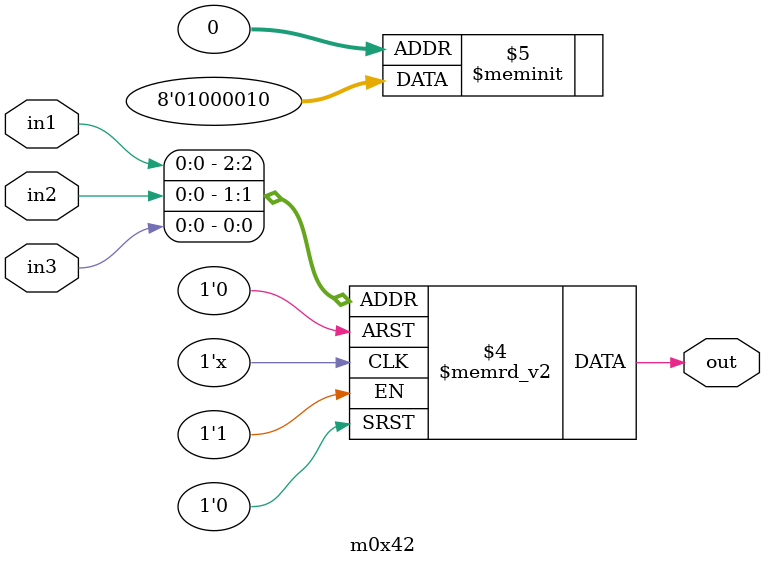
<source format=v>
module m0x42(output out, input in1, in2, in3);

   always @(in1, in2, in3)
     begin
        case({in1, in2, in3})
          3'b000: {out} = 1'b0;
          3'b001: {out} = 1'b1;
          3'b010: {out} = 1'b0;
          3'b011: {out} = 1'b0;
          3'b100: {out} = 1'b0;
          3'b101: {out} = 1'b0;
          3'b110: {out} = 1'b1;
          3'b111: {out} = 1'b0;
        endcase // case ({in1, in2, in3})
     end // always @ (in1, in2, in3)

endmodule // m0x42
</source>
